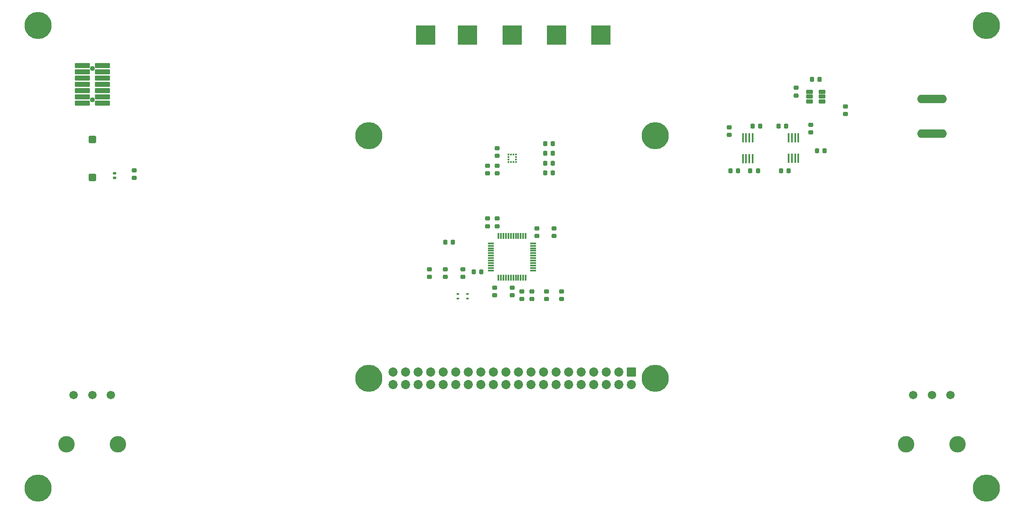
<source format=gbr>
%TF.GenerationSoftware,KiCad,Pcbnew,9.0.6*%
%TF.CreationDate,2025-12-12T05:38:23-05:00*%
%TF.ProjectId,etch_a_sketch,65746368-5f61-45f7-936b-657463682e6b,rev?*%
%TF.SameCoordinates,Original*%
%TF.FileFunction,Soldermask,Top*%
%TF.FilePolarity,Negative*%
%FSLAX46Y46*%
G04 Gerber Fmt 4.6, Leading zero omitted, Abs format (unit mm)*
G04 Created by KiCad (PCBNEW 9.0.6) date 2025-12-12 05:38:23*
%MOMM*%
%LPD*%
G01*
G04 APERTURE LIST*
G04 Aperture macros list*
%AMRoundRect*
0 Rectangle with rounded corners*
0 $1 Rounding radius*
0 $2 $3 $4 $5 $6 $7 $8 $9 X,Y pos of 4 corners*
0 Add a 4 corners polygon primitive as box body*
4,1,4,$2,$3,$4,$5,$6,$7,$8,$9,$2,$3,0*
0 Add four circle primitives for the rounded corners*
1,1,$1+$1,$2,$3*
1,1,$1+$1,$4,$5*
1,1,$1+$1,$6,$7*
1,1,$1+$1,$8,$9*
0 Add four rect primitives between the rounded corners*
20,1,$1+$1,$2,$3,$4,$5,0*
20,1,$1+$1,$4,$5,$6,$7,0*
20,1,$1+$1,$6,$7,$8,$9,0*
20,1,$1+$1,$8,$9,$2,$3,0*%
G04 Aperture macros list end*
%ADD10R,0.400000X0.350000*%
%ADD11R,0.350000X0.400000*%
%ADD12RoundRect,0.225000X-0.250000X0.225000X-0.250000X-0.225000X0.250000X-0.225000X0.250000X0.225000X0*%
%ADD13RoundRect,0.225000X0.250000X-0.225000X0.250000X0.225000X-0.250000X0.225000X-0.250000X-0.225000X0*%
%ADD14C,5.500000*%
%ADD15C,3.600000*%
%ADD16C,1.701800*%
%ADD17C,3.327400*%
%ADD18RoundRect,0.102000X-1.395000X0.370000X-1.395000X-0.370000X1.395000X-0.370000X1.395000X0.370000X0*%
%ADD19C,1.020000*%
%ADD20RoundRect,0.140000X0.170000X-0.140000X0.170000X0.140000X-0.170000X0.140000X-0.170000X-0.140000X0*%
%ADD21RoundRect,0.225000X-0.225000X-0.250000X0.225000X-0.250000X0.225000X0.250000X-0.225000X0.250000X0*%
%ADD22RoundRect,0.225000X0.225000X0.250000X-0.225000X0.250000X-0.225000X-0.250000X0.225000X-0.250000X0*%
%ADD23R,4.000000X4.000000*%
%ADD24RoundRect,0.098000X0.609000X0.294000X-0.609000X0.294000X-0.609000X-0.294000X0.609000X-0.294000X0*%
%ADD25R,0.457200X1.828800*%
%ADD26R,0.304800X1.193800*%
%ADD27R,1.193800X0.304800*%
%ADD28O,6.000000X1.750000*%
%ADD29RoundRect,0.102000X0.825000X0.825000X-0.825000X0.825000X-0.825000X-0.825000X0.825000X-0.825000X0*%
%ADD30C,1.854000*%
%ADD31RoundRect,0.225000X0.525000X-0.525000X0.525000X0.525000X-0.525000X0.525000X-0.525000X-0.525000X0*%
%ADD32R,0.584200X0.457200*%
G04 APERTURE END LIST*
D10*
%TO.C,U103*%
X150760000Y-80750000D03*
X150760000Y-80250000D03*
X150760000Y-79750000D03*
X150760000Y-79250000D03*
D11*
X150250000Y-79240000D03*
X149750000Y-79240000D03*
D10*
X149240000Y-79250000D03*
X149240000Y-79750000D03*
X149240000Y-80250000D03*
X149240000Y-80750000D03*
D11*
X149750000Y-80760000D03*
X150250000Y-80760000D03*
%TD*%
D12*
%TO.C,C114*%
X147000000Y-83050000D03*
X147000000Y-81500000D03*
%TD*%
D13*
%TO.C,C113*%
X145000000Y-81500000D03*
X145000000Y-83050000D03*
%TD*%
D14*
%TO.C,H108*%
X246000000Y-146900000D03*
D15*
X246000000Y-146900000D03*
%TD*%
D14*
%TO.C,H106*%
X246000000Y-53100000D03*
D15*
X246000000Y-53100000D03*
%TD*%
D14*
%TO.C,H105*%
X54000000Y-53100000D03*
D15*
X54000000Y-53100000D03*
%TD*%
D14*
%TO.C,H107*%
X54000000Y-146900000D03*
D15*
X54000000Y-146900000D03*
%TD*%
D16*
%TO.C,R107*%
X61252400Y-128000000D03*
X65002400Y-128000000D03*
X68752400Y-128000000D03*
D17*
X59802400Y-138000000D03*
X70202400Y-138000000D03*
%TD*%
D16*
%TO.C,R106*%
X231252400Y-128000000D03*
X235002400Y-128000000D03*
X238752400Y-128000000D03*
D17*
X229802400Y-138000000D03*
X240202400Y-138000000D03*
%TD*%
D18*
%TO.C,J101*%
X67035000Y-68810000D03*
X62965000Y-68810000D03*
X67035000Y-67540000D03*
X62965000Y-67540000D03*
X67035000Y-66270000D03*
X62965000Y-66270000D03*
X67035000Y-65000000D03*
X62965000Y-65000000D03*
X67035000Y-63730000D03*
X62965000Y-63730000D03*
X67035000Y-62460000D03*
X62965000Y-62460000D03*
X67035000Y-61190000D03*
X62965000Y-61190000D03*
D19*
X65000000Y-68175000D03*
X65000000Y-61825000D03*
%TD*%
D14*
%TO.C,H104*%
X179005000Y-124585000D03*
D15*
X179005000Y-124585000D03*
%TD*%
D14*
%TO.C,H103*%
X120995000Y-124585000D03*
D15*
X120995000Y-124585000D03*
%TD*%
D14*
%TO.C,H102*%
X179005000Y-75385000D03*
D15*
X179005000Y-75385000D03*
%TD*%
D14*
%TO.C,H101*%
X120995000Y-75385000D03*
D15*
X120995000Y-75385000D03*
%TD*%
D13*
%TO.C,R102*%
X136500000Y-102500000D03*
X136500000Y-104050000D03*
%TD*%
%TO.C,R101*%
X140000000Y-102500000D03*
X140000000Y-104050000D03*
%TD*%
D20*
%TO.C,C109*%
X69500000Y-83020000D03*
X69500000Y-83980000D03*
%TD*%
D12*
%TO.C,R103*%
X73500000Y-84000000D03*
X73500000Y-82450000D03*
%TD*%
%TO.C,C110*%
X150000000Y-107775000D03*
X150000000Y-106225000D03*
%TD*%
D13*
%TO.C,L102*%
X152000000Y-107000000D03*
X152000000Y-108550000D03*
%TD*%
D12*
%TO.C,C107*%
X160000000Y-108550000D03*
X160000000Y-107000000D03*
%TD*%
%TO.C,C104*%
X146500000Y-107775000D03*
X146500000Y-106225000D03*
%TD*%
D13*
%TO.C,C102*%
X155000000Y-95775000D03*
X155000000Y-94225000D03*
%TD*%
%TO.C,C101*%
X158500000Y-95775000D03*
X158500000Y-94225000D03*
%TD*%
D21*
%TO.C,C115*%
X200275000Y-73500000D03*
X198725000Y-73500000D03*
%TD*%
D22*
%TO.C,C118*%
X204450000Y-82500000D03*
X206000000Y-82500000D03*
%TD*%
D23*
%TO.C,TP105*%
X141000000Y-55000000D03*
%TD*%
%TO.C,TP103*%
X159000000Y-55000000D03*
%TD*%
%TO.C,TP102*%
X168000000Y-55000000D03*
%TD*%
%TO.C,TP101*%
X132500000Y-55000000D03*
%TD*%
%TO.C,TP104*%
X150000000Y-55000000D03*
%TD*%
D24*
%TO.C,U102*%
X210245000Y-68450000D03*
X210245000Y-67500000D03*
X210245000Y-66550000D03*
X212755000Y-66550000D03*
X212755000Y-67500000D03*
X212755000Y-68450000D03*
%TD*%
D25*
%TO.C,U104*%
X196725001Y-75848749D03*
X197374999Y-75848749D03*
X198025001Y-75848749D03*
X198674999Y-75848749D03*
X198674999Y-80039749D03*
X198025001Y-80039749D03*
X197374999Y-80039749D03*
X196725001Y-80039749D03*
%TD*%
D13*
%TO.C,R108*%
X207500000Y-67275000D03*
X207500000Y-65725000D03*
%TD*%
D25*
%TO.C,U105*%
X207974999Y-75809000D03*
X207325001Y-75809000D03*
X206674999Y-75809000D03*
X206025001Y-75809000D03*
X206025001Y-80000000D03*
X206674999Y-80000000D03*
X207325001Y-80000000D03*
X207974999Y-80000000D03*
%TD*%
D12*
%TO.C,C112*%
X147000000Y-77950000D03*
X147000000Y-79500000D03*
%TD*%
D22*
%TO.C,C116*%
X199775000Y-82500000D03*
X198225000Y-82500000D03*
%TD*%
D21*
%TO.C,R109*%
X210725000Y-64000000D03*
X212275000Y-64000000D03*
%TD*%
%TO.C,C119*%
X203950000Y-73500000D03*
X205500000Y-73500000D03*
%TD*%
D22*
%TO.C,R112*%
X158275000Y-79000000D03*
X156725000Y-79000000D03*
%TD*%
D12*
%TO.C,R114*%
X194000000Y-73725000D03*
X194000000Y-75275000D03*
%TD*%
D26*
%TO.C,U101*%
X147250000Y-104249999D03*
X147749999Y-104249999D03*
X148250001Y-104249999D03*
X148750000Y-104249999D03*
X149249999Y-104249999D03*
X149750000Y-104249999D03*
X150250000Y-104249999D03*
X150750001Y-104249999D03*
X151250000Y-104249999D03*
X151749999Y-104249999D03*
X152250001Y-104249999D03*
X152750000Y-104249999D03*
D27*
X154249999Y-102750000D03*
X154249999Y-102250001D03*
X154249999Y-101749999D03*
X154249999Y-101250000D03*
X154249999Y-100750001D03*
X154249999Y-100250000D03*
X154249999Y-99750000D03*
X154249999Y-99249999D03*
X154249999Y-98750000D03*
X154249999Y-98250001D03*
X154249999Y-97749999D03*
X154249999Y-97250000D03*
D26*
X152750000Y-95750001D03*
X152250001Y-95750001D03*
X151749999Y-95750001D03*
X151250000Y-95750001D03*
X150750001Y-95750001D03*
X150250000Y-95750001D03*
X149750000Y-95750001D03*
X149249999Y-95750001D03*
X148750000Y-95750001D03*
X148250001Y-95750001D03*
X147749999Y-95750001D03*
X147250000Y-95750001D03*
D27*
X145750001Y-97250000D03*
X145750001Y-97749999D03*
X145750001Y-98250001D03*
X145750001Y-98750000D03*
X145750001Y-99249999D03*
X145750001Y-99750000D03*
X145750001Y-100250000D03*
X145750001Y-100750001D03*
X145750001Y-101250000D03*
X145750001Y-101749999D03*
X145750001Y-102250001D03*
X145750001Y-102750000D03*
%TD*%
D13*
%TO.C,R104*%
X133275000Y-104050000D03*
X133275000Y-102500000D03*
%TD*%
D22*
%TO.C,C103*%
X143775000Y-103000000D03*
X142225000Y-103000000D03*
%TD*%
D12*
%TO.C,R115*%
X210500000Y-73225000D03*
X210500000Y-74775000D03*
%TD*%
D22*
%TO.C,R113*%
X158275000Y-81000000D03*
X156725000Y-81000000D03*
%TD*%
D28*
%TO.C,SW102*%
X235000000Y-75000000D03*
X235000000Y-68000000D03*
%TD*%
D13*
%TO.C,L101*%
X154000000Y-108550000D03*
X154000000Y-107000000D03*
%TD*%
D12*
%TO.C,C108*%
X157000000Y-107000000D03*
X157000000Y-108550000D03*
%TD*%
D13*
%TO.C,C105*%
X145000000Y-93775000D03*
X145000000Y-92225000D03*
%TD*%
D29*
%TO.C,J102*%
X174130000Y-123315000D03*
D30*
X174130000Y-125855000D03*
X171590000Y-123315000D03*
X171590000Y-125855000D03*
X169050000Y-123315000D03*
X169050000Y-125855000D03*
X166510000Y-123315000D03*
X166510000Y-125855000D03*
X163970000Y-123315000D03*
X163970000Y-125855000D03*
X161430000Y-123315000D03*
X161430000Y-125855000D03*
X158890000Y-123315000D03*
X158890000Y-125855000D03*
X156350000Y-123315000D03*
X156350000Y-125855000D03*
X153810000Y-123315000D03*
X153810000Y-125855000D03*
X151270000Y-123315000D03*
X151270000Y-125855000D03*
X148730000Y-123315000D03*
X148730000Y-125855000D03*
X146190000Y-123315000D03*
X146190000Y-125855000D03*
X143650000Y-123315000D03*
X143650000Y-125855000D03*
X141110000Y-123315000D03*
X141110000Y-125855000D03*
X138570000Y-123315000D03*
X138570000Y-125855000D03*
X136030000Y-123315000D03*
X136030000Y-125855000D03*
X133490000Y-123315000D03*
X133490000Y-125855000D03*
X130950000Y-123315000D03*
X130950000Y-125855000D03*
X128410000Y-123315000D03*
X128410000Y-125855000D03*
X125870000Y-123315000D03*
X125870000Y-125855000D03*
%TD*%
D31*
%TO.C,SW101*%
X65000000Y-83850000D03*
X65000000Y-76150000D03*
%TD*%
D22*
%TO.C,C120*%
X213275000Y-78500000D03*
X211725000Y-78500000D03*
%TD*%
D21*
%TO.C,R110*%
X156675000Y-77000000D03*
X158225000Y-77000000D03*
%TD*%
%TO.C,R105*%
X136450000Y-97000000D03*
X138000000Y-97000000D03*
%TD*%
%TO.C,R111*%
X156675000Y-83000000D03*
X158225000Y-83000000D03*
%TD*%
D13*
%TO.C,C111*%
X217500000Y-71050000D03*
X217500000Y-69500000D03*
%TD*%
%TO.C,C106*%
X147000000Y-93775000D03*
X147000000Y-92225000D03*
%TD*%
D32*
%TO.C,D101*%
X139034800Y-108449999D03*
X139034800Y-107550001D03*
X140965200Y-107550001D03*
X140965200Y-108449999D03*
%TD*%
D21*
%TO.C,C117*%
X194225000Y-82500000D03*
X195775000Y-82500000D03*
%TD*%
M02*

</source>
